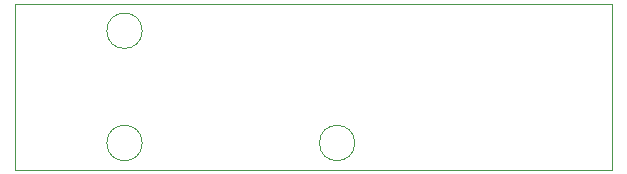
<source format=gbr>
%TF.GenerationSoftware,KiCad,Pcbnew,(5.1.0)-1*%
%TF.CreationDate,2024-04-08T09:54:17+02:00*%
%TF.ProjectId,USB-UART_RS422,5553422d-5541-4525-945f-52533432322e,rev?*%
%TF.SameCoordinates,Original*%
%TF.FileFunction,Profile,NP*%
%FSLAX46Y46*%
G04 Gerber Fmt 4.6, Leading zero omitted, Abs format (unit mm)*
G04 Created by KiCad (PCBNEW (5.1.0)-1) date 2024-04-08 09:54:17*
%MOMM*%
%LPD*%
G04 APERTURE LIST*
%ADD10C,0.050000*%
G04 APERTURE END LIST*
D10*
X138500000Y-100750000D02*
G75*
G03X138500000Y-100750000I-1500000J0D01*
G01*
X120500000Y-91250000D02*
G75*
G03X120500000Y-91250000I-1500000J0D01*
G01*
X120500000Y-100750000D02*
G75*
G03X120500000Y-100750000I-1500000J0D01*
G01*
X160250000Y-89000000D02*
X109750000Y-89000000D01*
X160250000Y-103000000D02*
X160250000Y-89000000D01*
X109750000Y-103000000D02*
X160250000Y-103000000D01*
X109750000Y-89000000D02*
X109750000Y-103000000D01*
M02*

</source>
